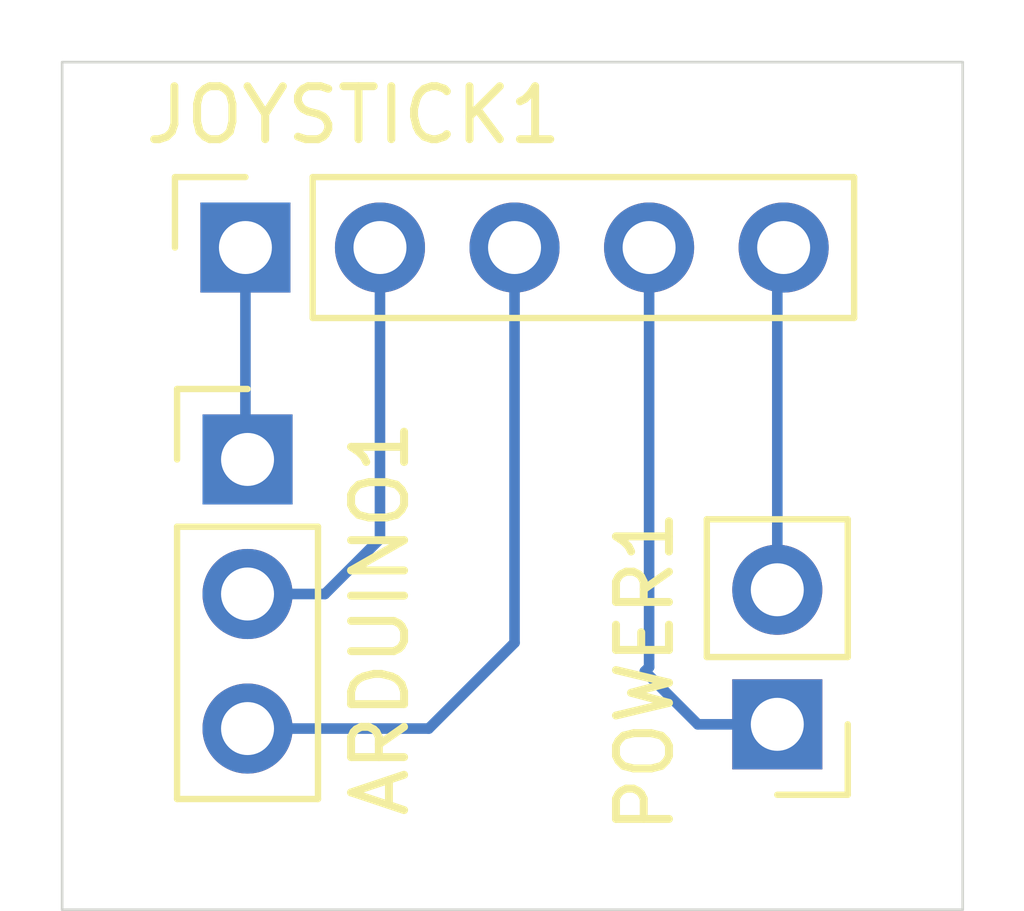
<source format=kicad_pcb>
(kicad_pcb (version 20240108) (generator "pcbnew") (generator_version "8.0")
  (layers (0 "F.Cu" signal) (31 "B.Cu" signal) (34 "B.Paste" user) (35 "F.Paste" user) (36 "B.SilkS" user "B.Silkscreen") (37 "F.SilkS" user "F.Silkscreen") (38 "B.Mask" user) (39 "F.Mask" user) (44 "Edge.Cuts" user))
  (net 0 "")
  (net 1 "A1")
  (net 2 "A0")
  (net 3 "D2")
  (net 4 "GNDREF")
  (net 5 "+5V")
  (footprint "Connector_PinHeader_2.54mm:PinHeader_1x02_P2.54mm_Vertical" (layer "F.Cu") (at 172.5 96.5 180)
    (property "Reference" "POWER1" (at 2.5 1 90) (layer "F.SilkS"))
    (property "Value" "Conn_01x02")
    (fp_line (start 1.33 1.27) (end 1.33 3.87) (stroke (width 0.12)) (layer "F.SilkS"))
    (fp_line (start -1.33 3.87) (end 1.33 3.87) (stroke (width 0.12)) (layer "F.SilkS"))
    (fp_line (start -1.33 1.27) (end 1.33 1.27) (stroke (width 0.12)) (layer "F.SilkS"))
    (fp_line (start -1.33 1.27) (end -1.33 3.87) (stroke (width 0.12)) (layer "F.SilkS"))
    (fp_line (start -1.33 0) (end -1.33 -1.33) (stroke (width 0.12)) (layer "F.SilkS"))
    (fp_line (start -1.33 -1.33) (end 0 -1.33) (stroke (width 0.12)) (layer "F.SilkS"))
    (pad "1" thru_hole rect (at 0 0 180) (size 1.7 1.7) (drill 1) (layers "*.Cu" "*.Mask") (net 5 "+5V"))
    (pad "2" thru_hole oval (at 0 2.54 180) (size 1.7 1.7) (drill 1) (layers "*.Cu" "*.Mask") (net 4 "GNDREF"))
  )
  (footprint "Connector_PinSocket_2.54mm:PinSocket_1x05_P2.54mm_Vertical" (layer "F.Cu") (at 162.46 87.5 90)
    (property "Reference" "JOYSTICK1" (at 2.5 2.04 180) (layer "F.SilkS"))
    (property "Value" "Conn_01x05")
    (fp_line (start 1.33 -1.33) (end 1.33 0) (stroke (width 0.12)) (layer "F.SilkS"))
    (fp_line (start 0 -1.33) (end 1.33 -1.33) (stroke (width 0.12)) (layer "F.SilkS"))
    (fp_line (start 1.33 1.27) (end 1.33 11.49) (stroke (width 0.12)) (layer "F.SilkS"))
    (fp_line (start -1.33 1.27) (end 1.33 1.27) (stroke (width 0.12)) (layer "F.SilkS"))
    (fp_line (start -1.33 1.27) (end -1.33 11.49) (stroke (width 0.12)) (layer "F.SilkS"))
    (fp_line (start -1.33 11.49) (end 1.33 11.49) (stroke (width 0.12)) (layer "F.SilkS"))
    (pad "1" thru_hole rect (at 0 0 90) (size 1.7 1.7) (drill 1) (layers "*.Cu" "*.Mask") (net 3 "D2"))
    (pad "2" thru_hole oval (at 0 2.54 90) (size 1.7 1.7) (drill 1) (layers "*.Cu" "*.Mask") (net 1 "A1"))
    (pad "3" thru_hole oval (at 0 5.08 90) (size 1.7 1.7) (drill 1) (layers "*.Cu" "*.Mask") (net 2 "A0"))
    (pad "4" thru_hole oval (at 0 7.62 90) (size 1.7 1.7) (drill 1) (layers "*.Cu" "*.Mask") (net 5 "+5V"))
    (pad "5" thru_hole oval (at 0 10.16 90) (size 1.7 1.7) (drill 1) (layers "*.Cu" "*.Mask") (net 4 "GNDREF"))
  )
  (footprint "Connector_PinHeader_2.54mm:PinHeader_1x03_P2.54mm_Vertical" (layer "F.Cu") (at 162.5 91.5)
    (property "Reference" "ARDUINO1" (at 2.5 3 90) (layer "F.SilkS"))
    (property "Value" "Conn_01x03")
    (fp_line (start -1.33 -1.33) (end 0 -1.33) (stroke (width 0.12)) (layer "F.SilkS"))
    (fp_line (start -1.33 0) (end -1.33 -1.33) (stroke (width 0.12)) (layer "F.SilkS"))
    (fp_line (start -1.33 1.27) (end -1.33 6.41) (stroke (width 0.12)) (layer "F.SilkS"))
    (fp_line (start -1.33 1.27) (end 1.33 1.27) (stroke (width 0.12)) (layer "F.SilkS"))
    (fp_line (start -1.33 6.41) (end 1.33 6.41) (stroke (width 0.12)) (layer "F.SilkS"))
    (fp_line (start 1.33 1.27) (end 1.33 6.41) (stroke (width 0.12)) (layer "F.SilkS"))
    (pad "1" thru_hole rect (at 0 0) (size 1.7 1.7) (drill 1) (layers "*.Cu" "*.Mask") (net 3 "D2"))
    (pad "2" thru_hole oval (at 0 2.54) (size 1.7 1.7) (drill 1) (layers "*.Cu" "*.Mask") (net 1 "A1"))
    (pad "3" thru_hole oval (at 0 5.08) (size 1.7 1.7) (drill 1) (layers "*.Cu" "*.Mask") (net 2 "A0"))
  )
  (gr_rect (start 159 84) (end 176 100) (stroke (width 0.05)) (fill none) (layer "Edge.Cuts"))
  (segment (start 162.5 94.04) (end 163.96 94.04) (width 0.2) (layer "B.Cu") (net 1))
  (segment (start 165 93) (end 165 87.5) (width 0.2) (layer "B.Cu") (net 1))
  (segment (start 163.96 94.04) (end 165 93) (width 0.2) (layer "B.Cu") (net 1))
  (segment (start 167.54 94.96) (end 165.92 96.58) (width 0.2) (layer "B.Cu") (net 2))
  (segment (start 165.92 96.58) (end 162.5 96.58) (width 0.2) (layer "B.Cu") (net 2))
  (segment (start 167.54 87.5) (end 167.54 94.96) (width 0.2) (layer "B.Cu") (net 2))
  (segment (start 162.46 91.46) (end 162.5 91.5) (width 0.2) (layer "B.Cu") (net 3))
  (segment (start 162.46 87.5) (end 162.46 91.46) (width 0.2) (layer "B.Cu") (net 3))
  (segment (start 172.5 87.62) (end 172.62 87.5) (width 0.2) (layer "B.Cu") (net 4))
  (segment (start 172.5 93.96) (end 172.5 87.62) (width 0.2) (layer "B.Cu") (net 4))
  (segment (start 170 95.5) (end 171 96.5) (width 0.2) (layer "B.Cu") (net 5))
  (segment (start 170.08 95.42) (end 170 95.5) (width 0.2) (layer "B.Cu") (net 5))
  (segment (start 170.08 87.5) (end 170.08 95.42) (width 0.2) (layer "B.Cu") (net 5))
  (segment (start 171 96.5) (end 172.5 96.5) (width 0.2) (layer "B.Cu") (net 5))
)
</source>
